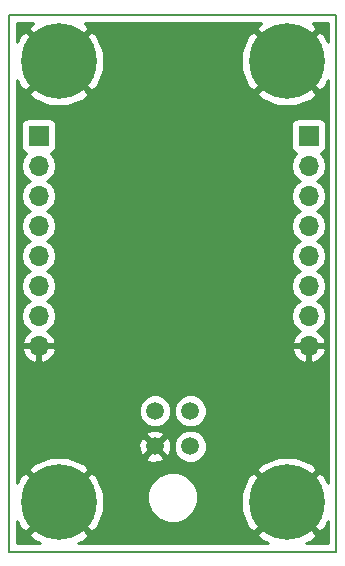
<source format=gbr>
G04 #@! TF.FileFunction,Copper,L2,Bot,Signal*
%FSLAX46Y46*%
G04 Gerber Fmt 4.6, Leading zero omitted, Abs format (unit mm)*
G04 Created by KiCad (PCBNEW 4.0.7) date 05/14/18 22:23:58*
%MOMM*%
%LPD*%
G01*
G04 APERTURE LIST*
%ADD10C,0.100000*%
%ADD11C,0.150000*%
%ADD12C,6.400000*%
%ADD13R,1.700000X1.700000*%
%ADD14O,1.700000X1.700000*%
%ADD15C,1.500000*%
%ADD16C,0.254000*%
G04 APERTURE END LIST*
D10*
D11*
X135509000Y-124206000D02*
X135509000Y-124079000D01*
X136144000Y-124206000D02*
X135509000Y-124206000D01*
X135509000Y-78740000D02*
X135509000Y-124206000D01*
X163195000Y-78740000D02*
X135509000Y-78740000D01*
X163195000Y-124206000D02*
X163195000Y-78740000D01*
X136144000Y-124206000D02*
X163195000Y-124206000D01*
D12*
X159004000Y-82677000D03*
X139700000Y-82677000D03*
X139700000Y-120015000D03*
X159004000Y-120015000D03*
D13*
X160860000Y-89000000D03*
D14*
X160860000Y-91540000D03*
X160860000Y-94080000D03*
X160860000Y-96620000D03*
X160860000Y-99160000D03*
X160860000Y-101700000D03*
X160860000Y-104240000D03*
X160860000Y-106780000D03*
D15*
X150852000Y-115286000D03*
X147852000Y-115286000D03*
X150852000Y-112286000D03*
X147852000Y-112286000D03*
D13*
X138000000Y-89000000D03*
D14*
X138000000Y-91540000D03*
X138000000Y-94080000D03*
X138000000Y-96620000D03*
X138000000Y-99160000D03*
X138000000Y-101700000D03*
X138000000Y-104240000D03*
X138000000Y-106780000D03*
D16*
G36*
X137138695Y-79936090D02*
X139700000Y-82497395D01*
X142261305Y-79936090D01*
X141901280Y-79450000D01*
X156802720Y-79450000D01*
X156442695Y-79936090D01*
X159004000Y-82497395D01*
X161565305Y-79936090D01*
X161205280Y-79450000D01*
X162485000Y-79450000D01*
X162485000Y-81056382D01*
X162269819Y-80526754D01*
X162240343Y-80482640D01*
X161744910Y-80115695D01*
X159183605Y-82677000D01*
X161744910Y-85238305D01*
X162240343Y-84871360D01*
X162485000Y-84291857D01*
X162485000Y-118394382D01*
X162269819Y-117864754D01*
X162240343Y-117820640D01*
X161744910Y-117453695D01*
X159183605Y-120015000D01*
X161744910Y-122576305D01*
X162240343Y-122209360D01*
X162485000Y-121629857D01*
X162485000Y-123496000D01*
X160624618Y-123496000D01*
X161154246Y-123280819D01*
X161198360Y-123251343D01*
X161565305Y-122755910D01*
X159004000Y-120194605D01*
X156442695Y-122755910D01*
X156809640Y-123251343D01*
X157389143Y-123496000D01*
X141320618Y-123496000D01*
X141850246Y-123280819D01*
X141894360Y-123251343D01*
X142261305Y-122755910D01*
X139700000Y-120194605D01*
X137138695Y-122755910D01*
X137505640Y-123251343D01*
X138085143Y-123496000D01*
X136219000Y-123496000D01*
X136219000Y-121635618D01*
X136434181Y-122165246D01*
X136463657Y-122209360D01*
X136959090Y-122576305D01*
X139520395Y-120015000D01*
X139879605Y-120015000D01*
X142440910Y-122576305D01*
X142936343Y-122209360D01*
X143529736Y-120803829D01*
X143534994Y-120028815D01*
X147216630Y-120028815D01*
X147540980Y-120813800D01*
X148141041Y-121414909D01*
X148925459Y-121740628D01*
X149774815Y-121741370D01*
X150559800Y-121417020D01*
X151160909Y-120816959D01*
X151187968Y-120751793D01*
X155163913Y-120751793D01*
X155738181Y-122165246D01*
X155767657Y-122209360D01*
X156263090Y-122576305D01*
X158824395Y-120015000D01*
X156263090Y-117453695D01*
X155767657Y-117820640D01*
X155174264Y-119226171D01*
X155163913Y-120751793D01*
X151187968Y-120751793D01*
X151486628Y-120032541D01*
X151487370Y-119183185D01*
X151163020Y-118398200D01*
X150562959Y-117797091D01*
X149778541Y-117471372D01*
X148929185Y-117470630D01*
X148144200Y-117794980D01*
X147543091Y-118395041D01*
X147217372Y-119179459D01*
X147216630Y-120028815D01*
X143534994Y-120028815D01*
X143540087Y-119278207D01*
X142965819Y-117864754D01*
X142936343Y-117820640D01*
X142440910Y-117453695D01*
X139879605Y-120015000D01*
X139520395Y-120015000D01*
X136959090Y-117453695D01*
X136463657Y-117820640D01*
X136219000Y-118400143D01*
X136219000Y-117274090D01*
X137138695Y-117274090D01*
X139700000Y-119835395D01*
X142261305Y-117274090D01*
X156442695Y-117274090D01*
X159004000Y-119835395D01*
X161565305Y-117274090D01*
X161198360Y-116778657D01*
X159792829Y-116185264D01*
X158267207Y-116174913D01*
X156853754Y-116749181D01*
X156809640Y-116778657D01*
X156442695Y-117274090D01*
X142261305Y-117274090D01*
X141894360Y-116778657D01*
X140659970Y-116257517D01*
X147060088Y-116257517D01*
X147128077Y-116498460D01*
X147647171Y-116683201D01*
X148197448Y-116655230D01*
X148575923Y-116498460D01*
X148643912Y-116257517D01*
X147852000Y-115465605D01*
X147060088Y-116257517D01*
X140659970Y-116257517D01*
X140488829Y-116185264D01*
X138963207Y-116174913D01*
X137549754Y-116749181D01*
X137505640Y-116778657D01*
X137138695Y-117274090D01*
X136219000Y-117274090D01*
X136219000Y-115081171D01*
X146454799Y-115081171D01*
X146482770Y-115631448D01*
X146639540Y-116009923D01*
X146880483Y-116077912D01*
X147672395Y-115286000D01*
X148031605Y-115286000D01*
X148823517Y-116077912D01*
X149064460Y-116009923D01*
X149224482Y-115560285D01*
X149466760Y-115560285D01*
X149677169Y-116069515D01*
X150066436Y-116459461D01*
X150575298Y-116670759D01*
X151126285Y-116671240D01*
X151635515Y-116460831D01*
X152025461Y-116071564D01*
X152236759Y-115562702D01*
X152237240Y-115011715D01*
X152026831Y-114502485D01*
X151637564Y-114112539D01*
X151128702Y-113901241D01*
X150577715Y-113900760D01*
X150068485Y-114111169D01*
X149678539Y-114500436D01*
X149467241Y-115009298D01*
X149466760Y-115560285D01*
X149224482Y-115560285D01*
X149249201Y-115490829D01*
X149221230Y-114940552D01*
X149064460Y-114562077D01*
X148823517Y-114494088D01*
X148031605Y-115286000D01*
X147672395Y-115286000D01*
X146880483Y-114494088D01*
X146639540Y-114562077D01*
X146454799Y-115081171D01*
X136219000Y-115081171D01*
X136219000Y-114314483D01*
X147060088Y-114314483D01*
X147852000Y-115106395D01*
X148643912Y-114314483D01*
X148575923Y-114073540D01*
X148056829Y-113888799D01*
X147506552Y-113916770D01*
X147128077Y-114073540D01*
X147060088Y-114314483D01*
X136219000Y-114314483D01*
X136219000Y-112560285D01*
X146466760Y-112560285D01*
X146677169Y-113069515D01*
X147066436Y-113459461D01*
X147575298Y-113670759D01*
X148126285Y-113671240D01*
X148635515Y-113460831D01*
X149025461Y-113071564D01*
X149236759Y-112562702D01*
X149236761Y-112560285D01*
X149466760Y-112560285D01*
X149677169Y-113069515D01*
X150066436Y-113459461D01*
X150575298Y-113670759D01*
X151126285Y-113671240D01*
X151635515Y-113460831D01*
X152025461Y-113071564D01*
X152236759Y-112562702D01*
X152237240Y-112011715D01*
X152026831Y-111502485D01*
X151637564Y-111112539D01*
X151128702Y-110901241D01*
X150577715Y-110900760D01*
X150068485Y-111111169D01*
X149678539Y-111500436D01*
X149467241Y-112009298D01*
X149466760Y-112560285D01*
X149236761Y-112560285D01*
X149237240Y-112011715D01*
X149026831Y-111502485D01*
X148637564Y-111112539D01*
X148128702Y-110901241D01*
X147577715Y-110900760D01*
X147068485Y-111111169D01*
X146678539Y-111500436D01*
X146467241Y-112009298D01*
X146466760Y-112560285D01*
X136219000Y-112560285D01*
X136219000Y-107136890D01*
X136558524Y-107136890D01*
X136728355Y-107546924D01*
X137118642Y-107975183D01*
X137643108Y-108221486D01*
X137873000Y-108100819D01*
X137873000Y-106907000D01*
X138127000Y-106907000D01*
X138127000Y-108100819D01*
X138356892Y-108221486D01*
X138881358Y-107975183D01*
X139271645Y-107546924D01*
X139441476Y-107136890D01*
X159418524Y-107136890D01*
X159588355Y-107546924D01*
X159978642Y-107975183D01*
X160503108Y-108221486D01*
X160733000Y-108100819D01*
X160733000Y-106907000D01*
X160987000Y-106907000D01*
X160987000Y-108100819D01*
X161216892Y-108221486D01*
X161741358Y-107975183D01*
X162131645Y-107546924D01*
X162301476Y-107136890D01*
X162180155Y-106907000D01*
X160987000Y-106907000D01*
X160733000Y-106907000D01*
X159539845Y-106907000D01*
X159418524Y-107136890D01*
X139441476Y-107136890D01*
X139320155Y-106907000D01*
X138127000Y-106907000D01*
X137873000Y-106907000D01*
X136679845Y-106907000D01*
X136558524Y-107136890D01*
X136219000Y-107136890D01*
X136219000Y-91540000D01*
X136485907Y-91540000D01*
X136598946Y-92108285D01*
X136920853Y-92590054D01*
X137250026Y-92810000D01*
X136920853Y-93029946D01*
X136598946Y-93511715D01*
X136485907Y-94080000D01*
X136598946Y-94648285D01*
X136920853Y-95130054D01*
X137250026Y-95350000D01*
X136920853Y-95569946D01*
X136598946Y-96051715D01*
X136485907Y-96620000D01*
X136598946Y-97188285D01*
X136920853Y-97670054D01*
X137250026Y-97890000D01*
X136920853Y-98109946D01*
X136598946Y-98591715D01*
X136485907Y-99160000D01*
X136598946Y-99728285D01*
X136920853Y-100210054D01*
X137250026Y-100430000D01*
X136920853Y-100649946D01*
X136598946Y-101131715D01*
X136485907Y-101700000D01*
X136598946Y-102268285D01*
X136920853Y-102750054D01*
X137250026Y-102970000D01*
X136920853Y-103189946D01*
X136598946Y-103671715D01*
X136485907Y-104240000D01*
X136598946Y-104808285D01*
X136920853Y-105290054D01*
X137261553Y-105517702D01*
X137118642Y-105584817D01*
X136728355Y-106013076D01*
X136558524Y-106423110D01*
X136679845Y-106653000D01*
X137873000Y-106653000D01*
X137873000Y-106633000D01*
X138127000Y-106633000D01*
X138127000Y-106653000D01*
X139320155Y-106653000D01*
X139441476Y-106423110D01*
X139271645Y-106013076D01*
X138881358Y-105584817D01*
X138738447Y-105517702D01*
X139079147Y-105290054D01*
X139401054Y-104808285D01*
X139514093Y-104240000D01*
X139401054Y-103671715D01*
X139079147Y-103189946D01*
X138749974Y-102970000D01*
X139079147Y-102750054D01*
X139401054Y-102268285D01*
X139514093Y-101700000D01*
X139401054Y-101131715D01*
X139079147Y-100649946D01*
X138749974Y-100430000D01*
X139079147Y-100210054D01*
X139401054Y-99728285D01*
X139514093Y-99160000D01*
X139401054Y-98591715D01*
X139079147Y-98109946D01*
X138749974Y-97890000D01*
X139079147Y-97670054D01*
X139401054Y-97188285D01*
X139514093Y-96620000D01*
X139401054Y-96051715D01*
X139079147Y-95569946D01*
X138749974Y-95350000D01*
X139079147Y-95130054D01*
X139401054Y-94648285D01*
X139514093Y-94080000D01*
X139401054Y-93511715D01*
X139079147Y-93029946D01*
X138749974Y-92810000D01*
X139079147Y-92590054D01*
X139401054Y-92108285D01*
X139514093Y-91540000D01*
X159345907Y-91540000D01*
X159458946Y-92108285D01*
X159780853Y-92590054D01*
X160110026Y-92810000D01*
X159780853Y-93029946D01*
X159458946Y-93511715D01*
X159345907Y-94080000D01*
X159458946Y-94648285D01*
X159780853Y-95130054D01*
X160110026Y-95350000D01*
X159780853Y-95569946D01*
X159458946Y-96051715D01*
X159345907Y-96620000D01*
X159458946Y-97188285D01*
X159780853Y-97670054D01*
X160110026Y-97890000D01*
X159780853Y-98109946D01*
X159458946Y-98591715D01*
X159345907Y-99160000D01*
X159458946Y-99728285D01*
X159780853Y-100210054D01*
X160110026Y-100430000D01*
X159780853Y-100649946D01*
X159458946Y-101131715D01*
X159345907Y-101700000D01*
X159458946Y-102268285D01*
X159780853Y-102750054D01*
X160110026Y-102970000D01*
X159780853Y-103189946D01*
X159458946Y-103671715D01*
X159345907Y-104240000D01*
X159458946Y-104808285D01*
X159780853Y-105290054D01*
X160121553Y-105517702D01*
X159978642Y-105584817D01*
X159588355Y-106013076D01*
X159418524Y-106423110D01*
X159539845Y-106653000D01*
X160733000Y-106653000D01*
X160733000Y-106633000D01*
X160987000Y-106633000D01*
X160987000Y-106653000D01*
X162180155Y-106653000D01*
X162301476Y-106423110D01*
X162131645Y-106013076D01*
X161741358Y-105584817D01*
X161598447Y-105517702D01*
X161939147Y-105290054D01*
X162261054Y-104808285D01*
X162374093Y-104240000D01*
X162261054Y-103671715D01*
X161939147Y-103189946D01*
X161609974Y-102970000D01*
X161939147Y-102750054D01*
X162261054Y-102268285D01*
X162374093Y-101700000D01*
X162261054Y-101131715D01*
X161939147Y-100649946D01*
X161609974Y-100430000D01*
X161939147Y-100210054D01*
X162261054Y-99728285D01*
X162374093Y-99160000D01*
X162261054Y-98591715D01*
X161939147Y-98109946D01*
X161609974Y-97890000D01*
X161939147Y-97670054D01*
X162261054Y-97188285D01*
X162374093Y-96620000D01*
X162261054Y-96051715D01*
X161939147Y-95569946D01*
X161609974Y-95350000D01*
X161939147Y-95130054D01*
X162261054Y-94648285D01*
X162374093Y-94080000D01*
X162261054Y-93511715D01*
X161939147Y-93029946D01*
X161609974Y-92810000D01*
X161939147Y-92590054D01*
X162261054Y-92108285D01*
X162374093Y-91540000D01*
X162261054Y-90971715D01*
X161939147Y-90489946D01*
X161897548Y-90462150D01*
X161945317Y-90453162D01*
X162161441Y-90314090D01*
X162306431Y-90101890D01*
X162357440Y-89850000D01*
X162357440Y-88150000D01*
X162313162Y-87914683D01*
X162174090Y-87698559D01*
X161961890Y-87553569D01*
X161710000Y-87502560D01*
X160010000Y-87502560D01*
X159774683Y-87546838D01*
X159558559Y-87685910D01*
X159413569Y-87898110D01*
X159362560Y-88150000D01*
X159362560Y-89850000D01*
X159406838Y-90085317D01*
X159545910Y-90301441D01*
X159758110Y-90446431D01*
X159825541Y-90460086D01*
X159780853Y-90489946D01*
X159458946Y-90971715D01*
X159345907Y-91540000D01*
X139514093Y-91540000D01*
X139401054Y-90971715D01*
X139079147Y-90489946D01*
X139037548Y-90462150D01*
X139085317Y-90453162D01*
X139301441Y-90314090D01*
X139446431Y-90101890D01*
X139497440Y-89850000D01*
X139497440Y-88150000D01*
X139453162Y-87914683D01*
X139314090Y-87698559D01*
X139101890Y-87553569D01*
X138850000Y-87502560D01*
X137150000Y-87502560D01*
X136914683Y-87546838D01*
X136698559Y-87685910D01*
X136553569Y-87898110D01*
X136502560Y-88150000D01*
X136502560Y-89850000D01*
X136546838Y-90085317D01*
X136685910Y-90301441D01*
X136898110Y-90446431D01*
X136965541Y-90460086D01*
X136920853Y-90489946D01*
X136598946Y-90971715D01*
X136485907Y-91540000D01*
X136219000Y-91540000D01*
X136219000Y-85417910D01*
X137138695Y-85417910D01*
X137505640Y-85913343D01*
X138911171Y-86506736D01*
X140436793Y-86517087D01*
X141850246Y-85942819D01*
X141894360Y-85913343D01*
X142261305Y-85417910D01*
X156442695Y-85417910D01*
X156809640Y-85913343D01*
X158215171Y-86506736D01*
X159740793Y-86517087D01*
X161154246Y-85942819D01*
X161198360Y-85913343D01*
X161565305Y-85417910D01*
X159004000Y-82856605D01*
X156442695Y-85417910D01*
X142261305Y-85417910D01*
X139700000Y-82856605D01*
X137138695Y-85417910D01*
X136219000Y-85417910D01*
X136219000Y-84297618D01*
X136434181Y-84827246D01*
X136463657Y-84871360D01*
X136959090Y-85238305D01*
X139520395Y-82677000D01*
X139879605Y-82677000D01*
X142440910Y-85238305D01*
X142936343Y-84871360D01*
X143529736Y-83465829D01*
X143530089Y-83413793D01*
X155163913Y-83413793D01*
X155738181Y-84827246D01*
X155767657Y-84871360D01*
X156263090Y-85238305D01*
X158824395Y-82677000D01*
X156263090Y-80115695D01*
X155767657Y-80482640D01*
X155174264Y-81888171D01*
X155163913Y-83413793D01*
X143530089Y-83413793D01*
X143540087Y-81940207D01*
X142965819Y-80526754D01*
X142936343Y-80482640D01*
X142440910Y-80115695D01*
X139879605Y-82677000D01*
X139520395Y-82677000D01*
X136959090Y-80115695D01*
X136463657Y-80482640D01*
X136219000Y-81062143D01*
X136219000Y-79450000D01*
X137498720Y-79450000D01*
X137138695Y-79936090D01*
X137138695Y-79936090D01*
G37*
X137138695Y-79936090D02*
X139700000Y-82497395D01*
X142261305Y-79936090D01*
X141901280Y-79450000D01*
X156802720Y-79450000D01*
X156442695Y-79936090D01*
X159004000Y-82497395D01*
X161565305Y-79936090D01*
X161205280Y-79450000D01*
X162485000Y-79450000D01*
X162485000Y-81056382D01*
X162269819Y-80526754D01*
X162240343Y-80482640D01*
X161744910Y-80115695D01*
X159183605Y-82677000D01*
X161744910Y-85238305D01*
X162240343Y-84871360D01*
X162485000Y-84291857D01*
X162485000Y-118394382D01*
X162269819Y-117864754D01*
X162240343Y-117820640D01*
X161744910Y-117453695D01*
X159183605Y-120015000D01*
X161744910Y-122576305D01*
X162240343Y-122209360D01*
X162485000Y-121629857D01*
X162485000Y-123496000D01*
X160624618Y-123496000D01*
X161154246Y-123280819D01*
X161198360Y-123251343D01*
X161565305Y-122755910D01*
X159004000Y-120194605D01*
X156442695Y-122755910D01*
X156809640Y-123251343D01*
X157389143Y-123496000D01*
X141320618Y-123496000D01*
X141850246Y-123280819D01*
X141894360Y-123251343D01*
X142261305Y-122755910D01*
X139700000Y-120194605D01*
X137138695Y-122755910D01*
X137505640Y-123251343D01*
X138085143Y-123496000D01*
X136219000Y-123496000D01*
X136219000Y-121635618D01*
X136434181Y-122165246D01*
X136463657Y-122209360D01*
X136959090Y-122576305D01*
X139520395Y-120015000D01*
X139879605Y-120015000D01*
X142440910Y-122576305D01*
X142936343Y-122209360D01*
X143529736Y-120803829D01*
X143534994Y-120028815D01*
X147216630Y-120028815D01*
X147540980Y-120813800D01*
X148141041Y-121414909D01*
X148925459Y-121740628D01*
X149774815Y-121741370D01*
X150559800Y-121417020D01*
X151160909Y-120816959D01*
X151187968Y-120751793D01*
X155163913Y-120751793D01*
X155738181Y-122165246D01*
X155767657Y-122209360D01*
X156263090Y-122576305D01*
X158824395Y-120015000D01*
X156263090Y-117453695D01*
X155767657Y-117820640D01*
X155174264Y-119226171D01*
X155163913Y-120751793D01*
X151187968Y-120751793D01*
X151486628Y-120032541D01*
X151487370Y-119183185D01*
X151163020Y-118398200D01*
X150562959Y-117797091D01*
X149778541Y-117471372D01*
X148929185Y-117470630D01*
X148144200Y-117794980D01*
X147543091Y-118395041D01*
X147217372Y-119179459D01*
X147216630Y-120028815D01*
X143534994Y-120028815D01*
X143540087Y-119278207D01*
X142965819Y-117864754D01*
X142936343Y-117820640D01*
X142440910Y-117453695D01*
X139879605Y-120015000D01*
X139520395Y-120015000D01*
X136959090Y-117453695D01*
X136463657Y-117820640D01*
X136219000Y-118400143D01*
X136219000Y-117274090D01*
X137138695Y-117274090D01*
X139700000Y-119835395D01*
X142261305Y-117274090D01*
X156442695Y-117274090D01*
X159004000Y-119835395D01*
X161565305Y-117274090D01*
X161198360Y-116778657D01*
X159792829Y-116185264D01*
X158267207Y-116174913D01*
X156853754Y-116749181D01*
X156809640Y-116778657D01*
X156442695Y-117274090D01*
X142261305Y-117274090D01*
X141894360Y-116778657D01*
X140659970Y-116257517D01*
X147060088Y-116257517D01*
X147128077Y-116498460D01*
X147647171Y-116683201D01*
X148197448Y-116655230D01*
X148575923Y-116498460D01*
X148643912Y-116257517D01*
X147852000Y-115465605D01*
X147060088Y-116257517D01*
X140659970Y-116257517D01*
X140488829Y-116185264D01*
X138963207Y-116174913D01*
X137549754Y-116749181D01*
X137505640Y-116778657D01*
X137138695Y-117274090D01*
X136219000Y-117274090D01*
X136219000Y-115081171D01*
X146454799Y-115081171D01*
X146482770Y-115631448D01*
X146639540Y-116009923D01*
X146880483Y-116077912D01*
X147672395Y-115286000D01*
X148031605Y-115286000D01*
X148823517Y-116077912D01*
X149064460Y-116009923D01*
X149224482Y-115560285D01*
X149466760Y-115560285D01*
X149677169Y-116069515D01*
X150066436Y-116459461D01*
X150575298Y-116670759D01*
X151126285Y-116671240D01*
X151635515Y-116460831D01*
X152025461Y-116071564D01*
X152236759Y-115562702D01*
X152237240Y-115011715D01*
X152026831Y-114502485D01*
X151637564Y-114112539D01*
X151128702Y-113901241D01*
X150577715Y-113900760D01*
X150068485Y-114111169D01*
X149678539Y-114500436D01*
X149467241Y-115009298D01*
X149466760Y-115560285D01*
X149224482Y-115560285D01*
X149249201Y-115490829D01*
X149221230Y-114940552D01*
X149064460Y-114562077D01*
X148823517Y-114494088D01*
X148031605Y-115286000D01*
X147672395Y-115286000D01*
X146880483Y-114494088D01*
X146639540Y-114562077D01*
X146454799Y-115081171D01*
X136219000Y-115081171D01*
X136219000Y-114314483D01*
X147060088Y-114314483D01*
X147852000Y-115106395D01*
X148643912Y-114314483D01*
X148575923Y-114073540D01*
X148056829Y-113888799D01*
X147506552Y-113916770D01*
X147128077Y-114073540D01*
X147060088Y-114314483D01*
X136219000Y-114314483D01*
X136219000Y-112560285D01*
X146466760Y-112560285D01*
X146677169Y-113069515D01*
X147066436Y-113459461D01*
X147575298Y-113670759D01*
X148126285Y-113671240D01*
X148635515Y-113460831D01*
X149025461Y-113071564D01*
X149236759Y-112562702D01*
X149236761Y-112560285D01*
X149466760Y-112560285D01*
X149677169Y-113069515D01*
X150066436Y-113459461D01*
X150575298Y-113670759D01*
X151126285Y-113671240D01*
X151635515Y-113460831D01*
X152025461Y-113071564D01*
X152236759Y-112562702D01*
X152237240Y-112011715D01*
X152026831Y-111502485D01*
X151637564Y-111112539D01*
X151128702Y-110901241D01*
X150577715Y-110900760D01*
X150068485Y-111111169D01*
X149678539Y-111500436D01*
X149467241Y-112009298D01*
X149466760Y-112560285D01*
X149236761Y-112560285D01*
X149237240Y-112011715D01*
X149026831Y-111502485D01*
X148637564Y-111112539D01*
X148128702Y-110901241D01*
X147577715Y-110900760D01*
X147068485Y-111111169D01*
X146678539Y-111500436D01*
X146467241Y-112009298D01*
X146466760Y-112560285D01*
X136219000Y-112560285D01*
X136219000Y-107136890D01*
X136558524Y-107136890D01*
X136728355Y-107546924D01*
X137118642Y-107975183D01*
X137643108Y-108221486D01*
X137873000Y-108100819D01*
X137873000Y-106907000D01*
X138127000Y-106907000D01*
X138127000Y-108100819D01*
X138356892Y-108221486D01*
X138881358Y-107975183D01*
X139271645Y-107546924D01*
X139441476Y-107136890D01*
X159418524Y-107136890D01*
X159588355Y-107546924D01*
X159978642Y-107975183D01*
X160503108Y-108221486D01*
X160733000Y-108100819D01*
X160733000Y-106907000D01*
X160987000Y-106907000D01*
X160987000Y-108100819D01*
X161216892Y-108221486D01*
X161741358Y-107975183D01*
X162131645Y-107546924D01*
X162301476Y-107136890D01*
X162180155Y-106907000D01*
X160987000Y-106907000D01*
X160733000Y-106907000D01*
X159539845Y-106907000D01*
X159418524Y-107136890D01*
X139441476Y-107136890D01*
X139320155Y-106907000D01*
X138127000Y-106907000D01*
X137873000Y-106907000D01*
X136679845Y-106907000D01*
X136558524Y-107136890D01*
X136219000Y-107136890D01*
X136219000Y-91540000D01*
X136485907Y-91540000D01*
X136598946Y-92108285D01*
X136920853Y-92590054D01*
X137250026Y-92810000D01*
X136920853Y-93029946D01*
X136598946Y-93511715D01*
X136485907Y-94080000D01*
X136598946Y-94648285D01*
X136920853Y-95130054D01*
X137250026Y-95350000D01*
X136920853Y-95569946D01*
X136598946Y-96051715D01*
X136485907Y-96620000D01*
X136598946Y-97188285D01*
X136920853Y-97670054D01*
X137250026Y-97890000D01*
X136920853Y-98109946D01*
X136598946Y-98591715D01*
X136485907Y-99160000D01*
X136598946Y-99728285D01*
X136920853Y-100210054D01*
X137250026Y-100430000D01*
X136920853Y-100649946D01*
X136598946Y-101131715D01*
X136485907Y-101700000D01*
X136598946Y-102268285D01*
X136920853Y-102750054D01*
X137250026Y-102970000D01*
X136920853Y-103189946D01*
X136598946Y-103671715D01*
X136485907Y-104240000D01*
X136598946Y-104808285D01*
X136920853Y-105290054D01*
X137261553Y-105517702D01*
X137118642Y-105584817D01*
X136728355Y-106013076D01*
X136558524Y-106423110D01*
X136679845Y-106653000D01*
X137873000Y-106653000D01*
X137873000Y-106633000D01*
X138127000Y-106633000D01*
X138127000Y-106653000D01*
X139320155Y-106653000D01*
X139441476Y-106423110D01*
X139271645Y-106013076D01*
X138881358Y-105584817D01*
X138738447Y-105517702D01*
X139079147Y-105290054D01*
X139401054Y-104808285D01*
X139514093Y-104240000D01*
X139401054Y-103671715D01*
X139079147Y-103189946D01*
X138749974Y-102970000D01*
X139079147Y-102750054D01*
X139401054Y-102268285D01*
X139514093Y-101700000D01*
X139401054Y-101131715D01*
X139079147Y-100649946D01*
X138749974Y-100430000D01*
X139079147Y-100210054D01*
X139401054Y-99728285D01*
X139514093Y-99160000D01*
X139401054Y-98591715D01*
X139079147Y-98109946D01*
X138749974Y-97890000D01*
X139079147Y-97670054D01*
X139401054Y-97188285D01*
X139514093Y-96620000D01*
X139401054Y-96051715D01*
X139079147Y-95569946D01*
X138749974Y-95350000D01*
X139079147Y-95130054D01*
X139401054Y-94648285D01*
X139514093Y-94080000D01*
X139401054Y-93511715D01*
X139079147Y-93029946D01*
X138749974Y-92810000D01*
X139079147Y-92590054D01*
X139401054Y-92108285D01*
X139514093Y-91540000D01*
X159345907Y-91540000D01*
X159458946Y-92108285D01*
X159780853Y-92590054D01*
X160110026Y-92810000D01*
X159780853Y-93029946D01*
X159458946Y-93511715D01*
X159345907Y-94080000D01*
X159458946Y-94648285D01*
X159780853Y-95130054D01*
X160110026Y-95350000D01*
X159780853Y-95569946D01*
X159458946Y-96051715D01*
X159345907Y-96620000D01*
X159458946Y-97188285D01*
X159780853Y-97670054D01*
X160110026Y-97890000D01*
X159780853Y-98109946D01*
X159458946Y-98591715D01*
X159345907Y-99160000D01*
X159458946Y-99728285D01*
X159780853Y-100210054D01*
X160110026Y-100430000D01*
X159780853Y-100649946D01*
X159458946Y-101131715D01*
X159345907Y-101700000D01*
X159458946Y-102268285D01*
X159780853Y-102750054D01*
X160110026Y-102970000D01*
X159780853Y-103189946D01*
X159458946Y-103671715D01*
X159345907Y-104240000D01*
X159458946Y-104808285D01*
X159780853Y-105290054D01*
X160121553Y-105517702D01*
X159978642Y-105584817D01*
X159588355Y-106013076D01*
X159418524Y-106423110D01*
X159539845Y-106653000D01*
X160733000Y-106653000D01*
X160733000Y-106633000D01*
X160987000Y-106633000D01*
X160987000Y-106653000D01*
X162180155Y-106653000D01*
X162301476Y-106423110D01*
X162131645Y-106013076D01*
X161741358Y-105584817D01*
X161598447Y-105517702D01*
X161939147Y-105290054D01*
X162261054Y-104808285D01*
X162374093Y-104240000D01*
X162261054Y-103671715D01*
X161939147Y-103189946D01*
X161609974Y-102970000D01*
X161939147Y-102750054D01*
X162261054Y-102268285D01*
X162374093Y-101700000D01*
X162261054Y-101131715D01*
X161939147Y-100649946D01*
X161609974Y-100430000D01*
X161939147Y-100210054D01*
X162261054Y-99728285D01*
X162374093Y-99160000D01*
X162261054Y-98591715D01*
X161939147Y-98109946D01*
X161609974Y-97890000D01*
X161939147Y-97670054D01*
X162261054Y-97188285D01*
X162374093Y-96620000D01*
X162261054Y-96051715D01*
X161939147Y-95569946D01*
X161609974Y-95350000D01*
X161939147Y-95130054D01*
X162261054Y-94648285D01*
X162374093Y-94080000D01*
X162261054Y-93511715D01*
X161939147Y-93029946D01*
X161609974Y-92810000D01*
X161939147Y-92590054D01*
X162261054Y-92108285D01*
X162374093Y-91540000D01*
X162261054Y-90971715D01*
X161939147Y-90489946D01*
X161897548Y-90462150D01*
X161945317Y-90453162D01*
X162161441Y-90314090D01*
X162306431Y-90101890D01*
X162357440Y-89850000D01*
X162357440Y-88150000D01*
X162313162Y-87914683D01*
X162174090Y-87698559D01*
X161961890Y-87553569D01*
X161710000Y-87502560D01*
X160010000Y-87502560D01*
X159774683Y-87546838D01*
X159558559Y-87685910D01*
X159413569Y-87898110D01*
X159362560Y-88150000D01*
X159362560Y-89850000D01*
X159406838Y-90085317D01*
X159545910Y-90301441D01*
X159758110Y-90446431D01*
X159825541Y-90460086D01*
X159780853Y-90489946D01*
X159458946Y-90971715D01*
X159345907Y-91540000D01*
X139514093Y-91540000D01*
X139401054Y-90971715D01*
X139079147Y-90489946D01*
X139037548Y-90462150D01*
X139085317Y-90453162D01*
X139301441Y-90314090D01*
X139446431Y-90101890D01*
X139497440Y-89850000D01*
X139497440Y-88150000D01*
X139453162Y-87914683D01*
X139314090Y-87698559D01*
X139101890Y-87553569D01*
X138850000Y-87502560D01*
X137150000Y-87502560D01*
X136914683Y-87546838D01*
X136698559Y-87685910D01*
X136553569Y-87898110D01*
X136502560Y-88150000D01*
X136502560Y-89850000D01*
X136546838Y-90085317D01*
X136685910Y-90301441D01*
X136898110Y-90446431D01*
X136965541Y-90460086D01*
X136920853Y-90489946D01*
X136598946Y-90971715D01*
X136485907Y-91540000D01*
X136219000Y-91540000D01*
X136219000Y-85417910D01*
X137138695Y-85417910D01*
X137505640Y-85913343D01*
X138911171Y-86506736D01*
X140436793Y-86517087D01*
X141850246Y-85942819D01*
X141894360Y-85913343D01*
X142261305Y-85417910D01*
X156442695Y-85417910D01*
X156809640Y-85913343D01*
X158215171Y-86506736D01*
X159740793Y-86517087D01*
X161154246Y-85942819D01*
X161198360Y-85913343D01*
X161565305Y-85417910D01*
X159004000Y-82856605D01*
X156442695Y-85417910D01*
X142261305Y-85417910D01*
X139700000Y-82856605D01*
X137138695Y-85417910D01*
X136219000Y-85417910D01*
X136219000Y-84297618D01*
X136434181Y-84827246D01*
X136463657Y-84871360D01*
X136959090Y-85238305D01*
X139520395Y-82677000D01*
X139879605Y-82677000D01*
X142440910Y-85238305D01*
X142936343Y-84871360D01*
X143529736Y-83465829D01*
X143530089Y-83413793D01*
X155163913Y-83413793D01*
X155738181Y-84827246D01*
X155767657Y-84871360D01*
X156263090Y-85238305D01*
X158824395Y-82677000D01*
X156263090Y-80115695D01*
X155767657Y-80482640D01*
X155174264Y-81888171D01*
X155163913Y-83413793D01*
X143530089Y-83413793D01*
X143540087Y-81940207D01*
X142965819Y-80526754D01*
X142936343Y-80482640D01*
X142440910Y-80115695D01*
X139879605Y-82677000D01*
X139520395Y-82677000D01*
X136959090Y-80115695D01*
X136463657Y-80482640D01*
X136219000Y-81062143D01*
X136219000Y-79450000D01*
X137498720Y-79450000D01*
X137138695Y-79936090D01*
M02*

</source>
